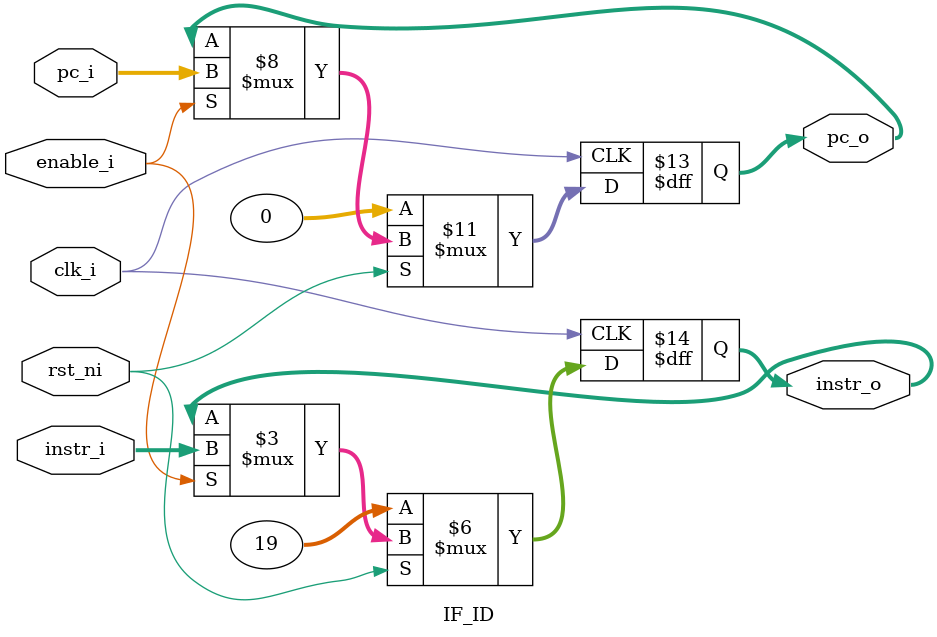
<source format=sv>
module IF_ID(
    //inputs
    input logic clk_i,
    input logic rst_ni,
    input logic enable_i,
    input logic [31:0] pc_i,
    input logic [31:0] instr_i,
    //outputs
    output logic [31:0] pc_o,
    output logic [31:0] instr_o
);
    always_ff @(posedge clk_i) begin
        if (!rst_ni) begin          //Turn on reset => NOP instruction
            pc_o    <= 32'h0;
            instr_o <= 32'h00000013;
        end                         //Turn on enable
        else if (enable_i) begin
            pc_o    <= pc_i;
            instr_o <= instr_i;
        end
    end
endmodule : IF_ID

</source>
